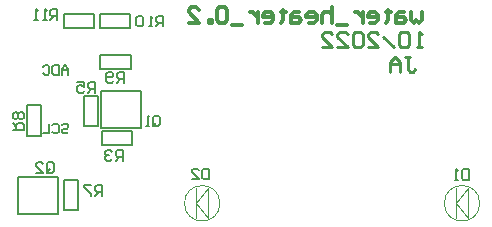
<source format=gbo>
G04*
G04 #@! TF.GenerationSoftware,Altium Limited,CircuitStudio,1.5.2 (30)*
G04*
G04 Layer_Color=32896*
%FSLAX25Y25*%
%MOIN*%
G70*
G01*
G75*
%ADD23C,0.01181*%
%ADD24C,0.00787*%
%ADD40C,0.01000*%
%ADD41C,0.00500*%
%ADD43C,0.00709*%
%ADD68C,0.00400*%
D23*
X386113Y416009D02*
Y413451D01*
X385260Y412598D01*
X384407Y413451D01*
X383554Y412598D01*
X382702Y413451D01*
Y416009D01*
X380143D02*
X378438D01*
X377585Y415157D01*
Y412598D01*
X380143D01*
X380996Y413451D01*
X380143Y414304D01*
X377585D01*
X375027Y416862D02*
Y416009D01*
X375880D01*
X374174D01*
X375027D01*
Y413451D01*
X374174Y412598D01*
X369058D02*
X370763D01*
X371616Y413451D01*
Y415157D01*
X370763Y416009D01*
X369058D01*
X368205Y415157D01*
Y414304D01*
X371616D01*
X366499Y416009D02*
Y412598D01*
Y414304D01*
X365647Y415157D01*
X364794Y416009D01*
X363941D01*
X361383Y411746D02*
X357972D01*
X356267Y417715D02*
Y412598D01*
Y415157D01*
X355414Y416009D01*
X353708D01*
X352856Y415157D01*
Y412598D01*
X348592D02*
X350297D01*
X351150Y413451D01*
Y415157D01*
X350297Y416009D01*
X348592D01*
X347739Y415157D01*
Y414304D01*
X351150D01*
X345181Y416009D02*
X343475D01*
X342623Y415157D01*
Y412598D01*
X345181D01*
X346034Y413451D01*
X345181Y414304D01*
X342623D01*
X340064Y416862D02*
Y416009D01*
X340917D01*
X339212D01*
X340064D01*
Y413451D01*
X339212Y412598D01*
X334095D02*
X335801D01*
X336653Y413451D01*
Y415157D01*
X335801Y416009D01*
X334095D01*
X333243Y415157D01*
Y414304D01*
X336653D01*
X331537Y416009D02*
Y412598D01*
Y414304D01*
X330684Y415157D01*
X329832Y416009D01*
X328979D01*
X326421Y411746D02*
X323010D01*
X321304Y416862D02*
X320451Y417715D01*
X318746D01*
X317893Y416862D01*
Y413451D01*
X318746Y412598D01*
X320451D01*
X321304Y413451D01*
Y416862D01*
X316188Y412598D02*
Y413451D01*
X315335D01*
Y412598D01*
X316188D01*
X308513D02*
X311924D01*
X308513Y416009D01*
Y416862D01*
X309366Y417715D01*
X311071D01*
X311924Y416862D01*
D24*
X264665Y413484D02*
Y417026D01*
X262894D01*
X262304Y416436D01*
Y415255D01*
X262894Y414665D01*
X264665D01*
X263485D02*
X262304Y413484D01*
X261123D02*
X259943D01*
X260533D01*
Y417026D01*
X261123Y416436D01*
X258171Y413484D02*
X256991D01*
X257581D01*
Y417026D01*
X258171Y416436D01*
X299902Y411319D02*
Y414861D01*
X298130D01*
X297540Y414271D01*
Y413090D01*
X298130Y412500D01*
X299902D01*
X298721D02*
X297540Y411319D01*
X296359D02*
X295179D01*
X295769D01*
Y414861D01*
X296359Y414271D01*
X293408D02*
X292817Y414861D01*
X291636D01*
X291046Y414271D01*
Y411909D01*
X291636Y411319D01*
X292817D01*
X293408Y411909D01*
Y414271D01*
X249902Y376772D02*
X253444D01*
Y378543D01*
X252853Y379133D01*
X251673D01*
X251082Y378543D01*
Y376772D01*
Y377952D02*
X249902Y379133D01*
X252853Y380314D02*
X253444Y380904D01*
Y382085D01*
X252853Y382675D01*
X252263D01*
X251673Y382085D01*
X251082Y382675D01*
X250492D01*
X249902Y382085D01*
Y380904D01*
X250492Y380314D01*
X251082D01*
X251673Y380904D01*
X252263Y380314D01*
X252853D01*
X251673Y380904D02*
Y382085D01*
X296556Y378642D02*
Y381003D01*
X297146Y381593D01*
X298327D01*
X298917Y381003D01*
Y378642D01*
X298327Y378051D01*
X297146D01*
X297737Y379232D02*
X296556Y378051D01*
X297146D02*
X296556Y378642D01*
X295375Y378051D02*
X294194D01*
X294785D01*
Y381593D01*
X295375Y381003D01*
X286516Y366535D02*
Y370078D01*
X284745D01*
X284154Y369487D01*
Y368306D01*
X284745Y367716D01*
X286516D01*
X285335D02*
X284154Y366535D01*
X282974Y369487D02*
X282383Y370078D01*
X281203D01*
X280612Y369487D01*
Y368897D01*
X281203Y368306D01*
X281793D01*
X281203D01*
X280612Y367716D01*
Y367126D01*
X281203Y366535D01*
X282383D01*
X282974Y367126D01*
X277264Y389272D02*
Y392814D01*
X275493D01*
X274902Y392224D01*
Y391043D01*
X275493Y390452D01*
X277264D01*
X276083D02*
X274902Y389272D01*
X271360Y392814D02*
X273722D01*
Y391043D01*
X272541Y391633D01*
X271951D01*
X271360Y391043D01*
Y389862D01*
X271951Y389272D01*
X273131D01*
X273722Y389862D01*
X279626Y354921D02*
Y358463D01*
X277855D01*
X277264Y357873D01*
Y356692D01*
X277855Y356102D01*
X279626D01*
X278445D02*
X277264Y354921D01*
X276084Y358463D02*
X273722D01*
Y357873D01*
X276084Y355512D01*
Y354921D01*
X261123Y363090D02*
Y365452D01*
X261713Y366042D01*
X262894D01*
X263484Y365452D01*
Y363090D01*
X262894Y362500D01*
X261713D01*
X262303Y363681D02*
X261123Y362500D01*
X261713D02*
X261123Y363090D01*
X257581Y362500D02*
X259942D01*
X257581Y364861D01*
Y365452D01*
X258171Y366042D01*
X259352D01*
X259942Y365452D01*
X286909Y392520D02*
Y396062D01*
X285138D01*
X284548Y395472D01*
Y394291D01*
X285138Y393700D01*
X286909D01*
X285729D02*
X284548Y392520D01*
X283367Y393110D02*
X282777Y392520D01*
X281596D01*
X281006Y393110D01*
Y395472D01*
X281596Y396062D01*
X282777D01*
X283367Y395472D01*
Y394881D01*
X282777Y394291D01*
X281006D01*
X401870Y363680D02*
Y360138D01*
X400099D01*
X399509Y360728D01*
Y363090D01*
X400099Y363680D01*
X401870D01*
X398328Y360138D02*
X397147D01*
X397738D01*
Y363680D01*
X398328Y363090D01*
X315354Y363877D02*
Y360335D01*
X313583D01*
X312993Y360925D01*
Y363286D01*
X313583Y363877D01*
X315354D01*
X309451Y360335D02*
X311812D01*
X309451Y362696D01*
Y363286D01*
X310041Y363877D01*
X311222D01*
X311812Y363286D01*
D40*
X386220Y404429D02*
X384515D01*
X385368D01*
Y409546D01*
X386220Y408693D01*
X381957D02*
X381104Y409546D01*
X379398D01*
X378546Y408693D01*
Y405282D01*
X379398Y404429D01*
X381104D01*
X381957Y405282D01*
Y408693D01*
X376840Y404429D02*
X373429Y407840D01*
X368313Y404429D02*
X371724D01*
X368313Y407840D01*
Y408693D01*
X369166Y409546D01*
X370871D01*
X371724Y408693D01*
X366607D02*
X365755Y409546D01*
X364049D01*
X363196Y408693D01*
Y405282D01*
X364049Y404429D01*
X365755D01*
X366607Y405282D01*
Y408693D01*
X358080Y404429D02*
X361491D01*
X358080Y407840D01*
Y408693D01*
X358933Y409546D01*
X360638D01*
X361491Y408693D01*
X352963Y404429D02*
X356374D01*
X352963Y407840D01*
Y408693D01*
X353816Y409546D01*
X355522D01*
X356374Y408693D01*
X380644Y401278D02*
X382350D01*
X381497D01*
Y397014D01*
X382350Y396161D01*
X383202D01*
X384055Y397014D01*
X378939Y396161D02*
Y399572D01*
X377233Y401278D01*
X375528Y399572D01*
Y396161D01*
Y398720D01*
X378939D01*
D41*
X266991Y410790D02*
X277091D01*
X266991Y415390D02*
X277091D01*
Y410790D02*
Y415390D01*
X266991Y410790D02*
Y415390D01*
X278901Y410790D02*
X289001D01*
X278901Y415390D02*
X289001D01*
Y410790D02*
Y415390D01*
X278901Y410790D02*
Y415390D01*
X259190Y374865D02*
Y384965D01*
X254590Y374865D02*
Y384965D01*
X259190D01*
X254590Y374865D02*
X259190D01*
X279209Y378688D02*
Y378788D01*
X280609Y377388D02*
X280809D01*
X279209D02*
X280709D01*
X279209D02*
Y378388D01*
X292709Y377388D02*
Y389888D01*
X279209Y377388D02*
X292709D01*
X279209D02*
Y389888D01*
X292709D01*
X279602Y376316D02*
X289702D01*
X279602Y371716D02*
X289702D01*
X279602D02*
Y376316D01*
X289702Y371716D02*
Y376316D01*
X278284Y378015D02*
Y388115D01*
X273684Y378015D02*
Y388115D01*
X278284D01*
X273684Y378015D02*
X278284D01*
X266991Y350074D02*
Y360174D01*
X271591Y350074D02*
Y360174D01*
X266991Y350074D02*
X271591D01*
X266991Y360174D02*
X271591D01*
X265087Y359763D02*
Y359863D01*
X263487Y361163D02*
X263687D01*
X263587D02*
X265087D01*
Y360163D02*
Y361163D01*
X251587Y348663D02*
Y361163D01*
X265087D01*
Y348663D02*
Y361163D01*
X251587Y348663D02*
X265087D01*
X279011Y401808D02*
X289111D01*
X279011Y397208D02*
X289111D01*
X279011D02*
Y401808D01*
X289111Y397208D02*
Y401808D01*
D43*
X268307Y395177D02*
Y397276D01*
X267257Y398326D01*
X266208Y397276D01*
Y395177D01*
Y396751D01*
X268307D01*
X265159Y398326D02*
Y395177D01*
X263584D01*
X263059Y395702D01*
Y397801D01*
X263584Y398326D01*
X265159D01*
X259911Y397801D02*
X260436Y398326D01*
X261485D01*
X262010Y397801D01*
Y395702D01*
X261485Y395177D01*
X260436D01*
X259911Y395702D01*
X266208Y378313D02*
X266733Y378838D01*
X267782D01*
X268307Y378313D01*
Y377788D01*
X267782Y377263D01*
X266733D01*
X266208Y376739D01*
Y376214D01*
X266733Y375689D01*
X267782D01*
X268307Y376214D01*
X263059Y378313D02*
X263584Y378838D01*
X264634D01*
X265159Y378313D01*
Y376214D01*
X264634Y375689D01*
X263584D01*
X263059Y376214D01*
X262010Y378838D02*
Y375689D01*
X259911D01*
D68*
X405512Y352362D02*
G03*
X405512Y352362I-5906J0D01*
G01*
X318898D02*
G03*
X318898Y352362I-5906J0D01*
G01*
X401606Y347362D02*
Y357362D01*
X397606Y352362D02*
X401606Y347362D01*
X397606D02*
Y352362D01*
X401606Y357362D01*
X397606Y352362D02*
Y357362D01*
X314992Y347362D02*
Y357362D01*
X310992Y352362D02*
X314992Y347362D01*
X310992D02*
Y352362D01*
X314992Y357362D01*
X310992Y352362D02*
Y357362D01*
M02*

</source>
